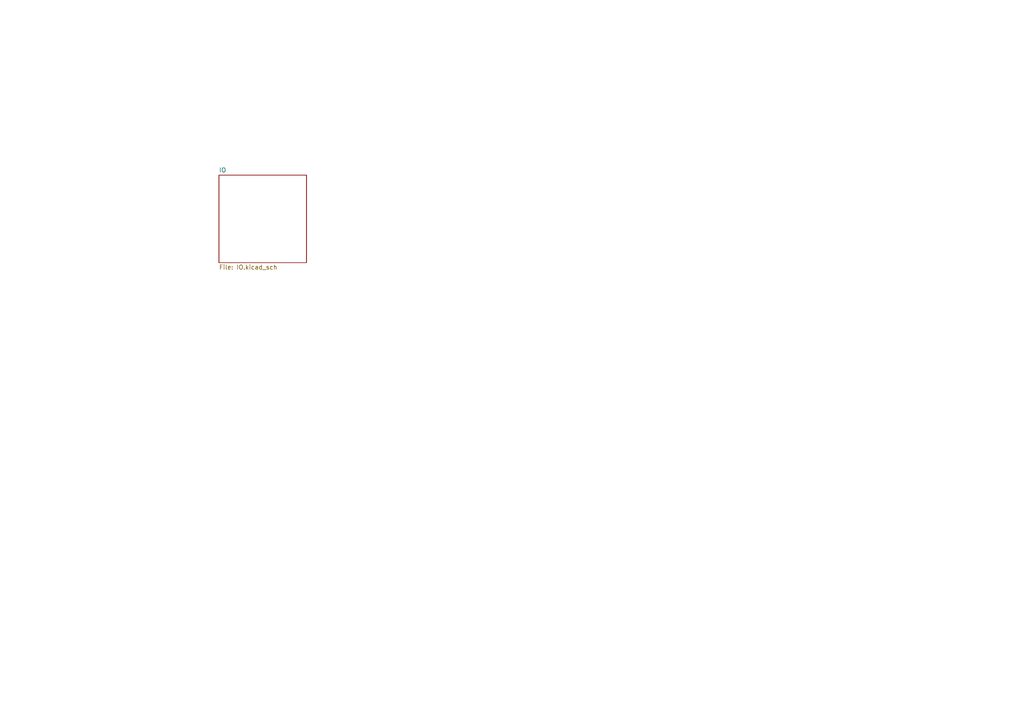
<source format=kicad_sch>
(kicad_sch (version 20211123) (generator eeschema)
  (paper "A4")
  (lib_symbols)
  (sheet (at 63.5 50.8) (size 25.4 25.4)
    (property "Sheet name" "IO" (at 63.5 50.0884 0) (effects (justify left bottom)))
    (property "Sheet file" "IO.kicad_sch" (at 63.5 76.7846 0) (effects (justify left top)))
  )
)
</source>
